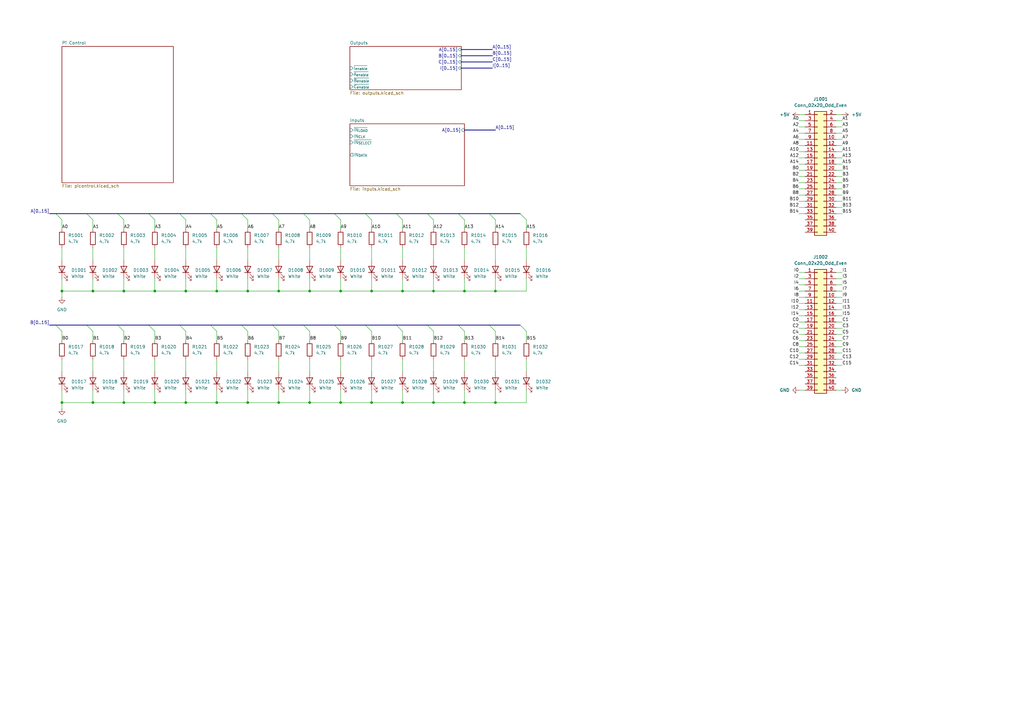
<source format=kicad_sch>
(kicad_sch (version 20231120) (generator "eeschema") (generator_version "8.0")
  (paper "A3")
  (junction (at 139.7 119.38))
  (junction (at 101.6 165.1))
  (junction (at 101.6 119.38))
  (junction (at 63.5 119.38))
  (junction (at 203.2 165.1))
  (junction (at 127 119.38))
  (junction (at 177.8 119.38))
  (junction (at 139.7 165.1))
  (junction (at 114.3 119.38))
  (junction (at 50.8 165.1))
  (junction (at 25.4 119.38))
  (junction (at 152.4 165.1))
  (junction (at 76.2 119.38))
  (junction (at 88.9 119.38))
  (junction (at 190.5 165.1))
  (junction (at 88.9 165.1))
  (junction (at 50.8 119.38))
  (junction (at 114.3 165.1))
  (junction (at 63.5 165.1))
  (junction (at 38.1 119.38))
  (junction (at 203.2 119.38))
  (junction (at 25.4 165.1))
  (junction (at 152.4 119.38))
  (junction (at 165.1 119.38))
  (junction (at 38.1 165.1))
  (junction (at 165.1 165.1))
  (junction (at 177.8 165.1))
  (junction (at 127 165.1))
  (junction (at 76.2 165.1))
  (junction (at 190.5 119.38))
  (bus_entry (at 162.56 87.63) (size 2.54 2.54))
  (bus_entry (at 175.26 87.63) (size 2.54 2.54))
  (bus_entry (at 35.56 87.63) (size 2.54 2.54))
  (bus_entry (at 60.96 87.63) (size 2.54 2.54))
  (bus_entry (at 99.06 133.35) (size 2.54 2.54))
  (bus_entry (at 175.26 133.35) (size 2.54 2.54))
  (bus_entry (at 86.36 133.35) (size 2.54 2.54))
  (bus_entry (at 111.76 133.35) (size 2.54 2.54))
  (bus_entry (at 99.06 87.63) (size 2.54 2.54))
  (bus_entry (at 162.56 133.35) (size 2.54 2.54))
  (bus_entry (at 137.16 133.35) (size 2.54 2.54))
  (bus_entry (at 213.36 87.63) (size 2.54 2.54))
  (bus_entry (at 86.36 87.63) (size 2.54 2.54))
  (bus_entry (at 111.76 87.63) (size 2.54 2.54))
  (bus_entry (at 73.66 87.63) (size 2.54 2.54))
  (bus_entry (at 200.66 87.63) (size 2.54 2.54))
  (bus_entry (at 22.86 87.63) (size 2.54 2.54))
  (bus_entry (at 213.36 133.35) (size 2.54 2.54))
  (bus_entry (at 48.26 133.35) (size 2.54 2.54))
  (bus_entry (at 200.66 133.35) (size 2.54 2.54))
  (bus_entry (at 124.46 87.63) (size 2.54 2.54))
  (bus_entry (at 48.26 87.63) (size 2.54 2.54))
  (bus_entry (at 187.96 87.63) (size 2.54 2.54))
  (bus_entry (at 124.46 133.35) (size 2.54 2.54))
  (bus_entry (at 149.86 133.35) (size 2.54 2.54))
  (bus_entry (at 35.56 133.35) (size 2.54 2.54))
  (bus_entry (at 149.86 87.63) (size 2.54 2.54))
  (bus_entry (at 60.96 133.35) (size 2.54 2.54))
  (bus_entry (at 22.86 133.35) (size 2.54 2.54))
  (bus_entry (at 137.16 87.63) (size 2.54 2.54))
  (bus_entry (at 187.96 133.35) (size 2.54 2.54))
  (bus_entry (at 73.66 133.35) (size 2.54 2.54))
  (wire (pts (xy 88.9 135.89) (xy 88.9 139.7)))
  (bus (pts (xy 187.96 87.63) (xy 200.66 87.63)))
  (wire (pts (xy 127 90.17) (xy 127 93.98)))
  (wire (pts (xy 177.8 90.17) (xy 177.8 93.98)))
  (wire (pts (xy 190.5 114.3) (xy 190.5 119.38)))
  (wire (pts (xy 127 101.6) (xy 127 106.68)))
  (bus (pts (xy 22.86 133.35) (xy 35.56 133.35)))
  (wire (pts (xy 165.1 135.89) (xy 165.1 139.7)))
  (wire (pts (xy 342.9 119.38) (xy 345.44 119.38)))
  (bus (pts (xy 187.96 133.35) (xy 200.66 133.35)))
  (bus (pts (xy 99.06 87.63) (xy 111.76 87.63)))
  (wire (pts (xy 139.7 147.32) (xy 139.7 152.4)))
  (bus (pts (xy 86.36 133.35) (xy 99.06 133.35)))
  (wire (pts (xy 114.3 165.1) (xy 127 165.1)))
  (wire (pts (xy 327.66 111.76) (xy 330.2 111.76)))
  (wire (pts (xy 327.66 62.23) (xy 330.2 62.23)))
  (wire (pts (xy 25.4 160.02) (xy 25.4 165.1)))
  (bus (pts (xy 124.46 133.35) (xy 137.16 133.35)))
  (bus (pts (xy 124.46 87.63) (xy 137.16 87.63)))
  (bus (pts (xy 20.32 133.35) (xy 22.86 133.35)))
  (wire (pts (xy 342.9 114.3) (xy 345.44 114.3)))
  (wire (pts (xy 327.66 80.01) (xy 330.2 80.01)))
  (wire (pts (xy 342.9 54.61) (xy 345.44 54.61)))
  (wire (pts (xy 165.1 147.32) (xy 165.1 152.4)))
  (wire (pts (xy 342.9 127) (xy 345.44 127)))
  (wire (pts (xy 152.4 101.6) (xy 152.4 106.68)))
  (wire (pts (xy 327.66 49.53) (xy 330.2 49.53)))
  (wire (pts (xy 101.6 135.89) (xy 101.6 139.7)))
  (wire (pts (xy 342.9 121.92) (xy 345.44 121.92)))
  (wire (pts (xy 114.3 119.38) (xy 114.3 114.3)))
  (wire (pts (xy 342.9 52.07) (xy 345.44 52.07)))
  (wire (pts (xy 327.66 127) (xy 330.2 127)))
  (wire (pts (xy 190.5 101.6) (xy 190.5 106.68)))
  (wire (pts (xy 190.5 119.38) (xy 203.2 119.38)))
  (wire (pts (xy 203.2 165.1) (xy 215.9 165.1)))
  (wire (pts (xy 88.9 101.6) (xy 88.9 106.68)))
  (wire (pts (xy 139.7 90.17) (xy 139.7 93.98)))
  (wire (pts (xy 327.66 132.08) (xy 330.2 132.08)))
  (wire (pts (xy 63.5 90.17) (xy 63.5 93.98)))
  (wire (pts (xy 127 160.02) (xy 127 165.1)))
  (wire (pts (xy 165.1 101.6) (xy 165.1 106.68)))
  (wire (pts (xy 215.9 90.17) (xy 215.9 93.98)))
  (wire (pts (xy 50.8 160.02) (xy 50.8 165.1)))
  (wire (pts (xy 88.9 90.17) (xy 88.9 93.98)))
  (wire (pts (xy 342.9 46.99) (xy 345.44 46.99)))
  (wire (pts (xy 38.1 165.1) (xy 50.8 165.1)))
  (wire (pts (xy 38.1 147.32) (xy 38.1 152.4)))
  (wire (pts (xy 88.9 119.38) (xy 101.6 119.38)))
  (bus (pts (xy 20.32 87.63) (xy 22.86 87.63)))
  (wire (pts (xy 342.9 144.78) (xy 345.44 144.78)))
  (wire (pts (xy 327.66 82.55) (xy 330.2 82.55)))
  (wire (pts (xy 342.9 67.31) (xy 345.44 67.31)))
  (bus (pts (xy 35.56 133.35) (xy 48.26 133.35)))
  (wire (pts (xy 25.4 119.38) (xy 38.1 119.38)))
  (wire (pts (xy 327.66 67.31) (xy 330.2 67.31)))
  (bus (pts (xy 162.56 133.35) (xy 175.26 133.35)))
  (wire (pts (xy 342.9 134.62) (xy 345.44 134.62)))
  (wire (pts (xy 25.4 119.38) (xy 25.4 121.92)))
  (wire (pts (xy 38.1 101.6) (xy 38.1 106.68)))
  (wire (pts (xy 327.66 116.84) (xy 330.2 116.84)))
  (wire (pts (xy 25.4 90.17) (xy 25.4 93.98)))
  (wire (pts (xy 327.66 87.63) (xy 330.2 87.63)))
  (wire (pts (xy 215.9 101.6) (xy 215.9 106.68)))
  (wire (pts (xy 127 147.32) (xy 127 152.4)))
  (wire (pts (xy 25.4 165.1) (xy 38.1 165.1)))
  (wire (pts (xy 327.66 57.15) (xy 330.2 57.15)))
  (wire (pts (xy 190.5 147.32) (xy 190.5 152.4)))
  (wire (pts (xy 101.6 119.38) (xy 114.3 119.38)))
  (wire (pts (xy 177.8 114.3) (xy 177.8 119.38)))
  (wire (pts (xy 203.2 90.17) (xy 203.2 93.98)))
  (wire (pts (xy 152.4 114.3) (xy 152.4 119.38)))
  (wire (pts (xy 342.9 147.32) (xy 345.44 147.32)))
  (wire (pts (xy 38.1 114.3) (xy 38.1 119.38)))
  (wire (pts (xy 342.9 74.93) (xy 345.44 74.93)))
  (wire (pts (xy 342.9 64.77) (xy 345.44 64.77)))
  (wire (pts (xy 165.1 160.02) (xy 165.1 165.1)))
  (wire (pts (xy 327.66 72.39) (xy 330.2 72.39)))
  (wire (pts (xy 50.8 114.3) (xy 50.8 119.38)))
  (bus (pts (xy 200.66 133.35) (xy 213.36 133.35)))
  (wire (pts (xy 152.4 147.32) (xy 152.4 152.4)))
  (wire (pts (xy 327.66 149.86) (xy 330.2 149.86)))
  (wire (pts (xy 342.9 85.09) (xy 345.44 85.09)))
  (wire (pts (xy 101.6 147.32) (xy 101.6 152.4)))
  (wire (pts (xy 114.3 135.89) (xy 114.3 139.7)))
  (wire (pts (xy 76.2 160.02) (xy 76.2 165.1)))
  (wire (pts (xy 50.8 147.32) (xy 50.8 152.4)))
  (wire (pts (xy 203.2 119.38) (xy 215.9 119.38)))
  (wire (pts (xy 114.3 119.38) (xy 127 119.38)))
  (wire (pts (xy 203.2 114.3) (xy 203.2 119.38)))
  (wire (pts (xy 76.2 101.6) (xy 76.2 106.68)))
  (bus (pts (xy 48.26 87.63) (xy 60.96 87.63)))
  (bus (pts (xy 137.16 133.35) (xy 149.86 133.35)))
  (wire (pts (xy 327.66 69.85) (xy 330.2 69.85)))
  (wire (pts (xy 342.9 49.53) (xy 345.44 49.53)))
  (bus (pts (xy 189.23 20.32) (xy 201.93 20.32)))
  (wire (pts (xy 38.1 160.02) (xy 38.1 165.1)))
  (wire (pts (xy 215.9 165.1) (xy 215.9 160.02)))
  (bus (pts (xy 86.36 87.63) (xy 99.06 87.63)))
  (bus (pts (xy 149.86 87.63) (xy 162.56 87.63)))
  (bus (pts (xy 60.96 133.35) (xy 73.66 133.35)))
  (wire (pts (xy 139.7 114.3) (xy 139.7 119.38)))
  (wire (pts (xy 25.4 101.6) (xy 25.4 106.68)))
  (bus (pts (xy 189.23 22.86) (xy 201.93 22.86)))
  (wire (pts (xy 177.8 101.6) (xy 177.8 106.68)))
  (wire (pts (xy 190.5 165.1) (xy 203.2 165.1)))
  (wire (pts (xy 127 165.1) (xy 139.7 165.1)))
  (wire (pts (xy 203.2 147.32) (xy 203.2 152.4)))
  (wire (pts (xy 177.8 119.38) (xy 190.5 119.38)))
  (wire (pts (xy 342.9 142.24) (xy 345.44 142.24)))
  (bus (pts (xy 73.66 133.35) (xy 86.36 133.35)))
  (wire (pts (xy 327.66 114.3) (xy 330.2 114.3)))
  (wire (pts (xy 114.3 101.6) (xy 114.3 106.68)))
  (wire (pts (xy 342.9 87.63) (xy 345.44 87.63)))
  (wire (pts (xy 327.66 142.24) (xy 330.2 142.24)))
  (wire (pts (xy 139.7 160.02) (xy 139.7 165.1)))
  (wire (pts (xy 63.5 101.6) (xy 63.5 106.68)))
  (wire (pts (xy 152.4 135.89) (xy 152.4 139.7)))
  (wire (pts (xy 38.1 135.89) (xy 38.1 139.7)))
  (wire (pts (xy 342.9 129.54) (xy 345.44 129.54)))
  (wire (pts (xy 50.8 90.17) (xy 50.8 93.98)))
  (wire (pts (xy 342.9 116.84) (xy 345.44 116.84)))
  (wire (pts (xy 190.5 160.02) (xy 190.5 165.1)))
  (wire (pts (xy 76.2 135.89) (xy 76.2 139.7)))
  (wire (pts (xy 152.4 165.1) (xy 165.1 165.1)))
  (wire (pts (xy 139.7 135.89) (xy 139.7 139.7)))
  (wire (pts (xy 342.9 77.47) (xy 345.44 77.47)))
  (wire (pts (xy 88.9 165.1) (xy 101.6 165.1)))
  (wire (pts (xy 342.9 57.15) (xy 345.44 57.15)))
  (wire (pts (xy 327.66 129.54) (xy 330.2 129.54)))
  (wire (pts (xy 215.9 119.38) (xy 215.9 114.3)))
  (wire (pts (xy 63.5 114.3) (xy 63.5 119.38)))
  (bus (pts (xy 73.66 87.63) (xy 86.36 87.63)))
  (bus (pts (xy 162.56 87.63) (xy 175.26 87.63)))
  (wire (pts (xy 327.66 54.61) (xy 330.2 54.61)))
  (wire (pts (xy 114.3 147.32) (xy 114.3 152.4)))
  (wire (pts (xy 63.5 160.02) (xy 63.5 165.1)))
  (wire (pts (xy 203.2 135.89) (xy 203.2 139.7)))
  (wire (pts (xy 215.9 135.89) (xy 215.9 139.7)))
  (wire (pts (xy 152.4 90.17) (xy 152.4 93.98)))
  (wire (pts (xy 88.9 114.3) (xy 88.9 119.38)))
  (wire (pts (xy 215.9 147.32) (xy 215.9 152.4)))
  (wire (pts (xy 50.8 101.6) (xy 50.8 106.68)))
  (bus (pts (xy 175.26 87.63) (xy 187.96 87.63)))
  (bus (pts (xy 60.96 87.63) (xy 73.66 87.63)))
  (bus (pts (xy 48.26 133.35) (xy 60.96 133.35)))
  (wire (pts (xy 101.6 160.02) (xy 101.6 165.1)))
  (wire (pts (xy 342.9 72.39) (xy 345.44 72.39)))
  (wire (pts (xy 342.9 62.23) (xy 345.44 62.23)))
  (wire (pts (xy 152.4 119.38) (xy 165.1 119.38)))
  (wire (pts (xy 63.5 147.32) (xy 63.5 152.4)))
  (wire (pts (xy 327.66 85.09) (xy 330.2 85.09)))
  (wire (pts (xy 342.9 80.01) (xy 345.44 80.01)))
  (wire (pts (xy 50.8 165.1) (xy 63.5 165.1)))
  (bus (pts (xy 111.76 87.63) (xy 124.46 87.63)))
  (wire (pts (xy 76.2 165.1) (xy 88.9 165.1)))
  (wire (pts (xy 327.66 74.93) (xy 330.2 74.93)))
  (wire (pts (xy 63.5 165.1) (xy 76.2 165.1)))
  (wire (pts (xy 190.5 90.17) (xy 190.5 93.98)))
  (wire (pts (xy 342.9 59.69) (xy 345.44 59.69)))
  (wire (pts (xy 342.9 132.08) (xy 345.44 132.08)))
  (wire (pts (xy 327.66 147.32) (xy 330.2 147.32)))
  (bus (pts (xy 35.56 87.63) (xy 48.26 87.63)))
  (wire (pts (xy 25.4 147.32) (xy 25.4 152.4)))
  (wire (pts (xy 25.4 165.1) (xy 25.4 167.64)))
  (wire (pts (xy 165.1 165.1) (xy 177.8 165.1)))
  (wire (pts (xy 127 135.89) (xy 127 139.7)))
  (wire (pts (xy 327.66 52.07) (xy 330.2 52.07)))
  (bus (pts (xy 22.86 87.63) (xy 35.56 87.63)))
  (wire (pts (xy 203.2 160.02) (xy 203.2 165.1)))
  (wire (pts (xy 327.66 77.47) (xy 330.2 77.47)))
  (wire (pts (xy 50.8 119.38) (xy 63.5 119.38)))
  (wire (pts (xy 50.8 135.89) (xy 50.8 139.7)))
  (wire (pts (xy 327.66 160.02) (xy 330.2 160.02)))
  (wire (pts (xy 177.8 135.89) (xy 177.8 139.7)))
  (bus (pts (xy 189.23 25.4) (xy 201.93 25.4)))
  (wire (pts (xy 76.2 114.3) (xy 76.2 119.38)))
  (wire (pts (xy 88.9 160.02) (xy 88.9 165.1)))
  (wire (pts (xy 327.66 119.38) (xy 330.2 119.38)))
  (bus (pts (xy 149.86 133.35) (xy 162.56 133.35)))
  (wire (pts (xy 101.6 114.3) (xy 101.6 119.38)))
  (wire (pts (xy 342.9 111.76) (xy 345.44 111.76)))
  (wire (pts (xy 327.66 64.77) (xy 330.2 64.77)))
  (wire (pts (xy 165.1 114.3) (xy 165.1 119.38)))
  (wire (pts (xy 177.8 147.32) (xy 177.8 152.4)))
  (wire (pts (xy 177.8 165.1) (xy 190.5 165.1)))
  (wire (pts (xy 165.1 90.17) (xy 165.1 93.98)))
  (wire (pts (xy 342.9 160.02) (xy 345.44 160.02)))
  (bus (pts (xy 200.66 87.63) (xy 213.36 87.63)))
  (wire (pts (xy 342.9 139.7) (xy 345.44 139.7)))
  (wire (pts (xy 38.1 119.38) (xy 50.8 119.38)))
  (wire (pts (xy 63.5 135.89) (xy 63.5 139.7)))
  (wire (pts (xy 152.4 160.02) (xy 152.4 165.1)))
  (wire (pts (xy 101.6 90.17) (xy 101.6 93.98)))
  (wire (pts (xy 101.6 165.1) (xy 114.3 165.1)))
  (wire (pts (xy 165.1 119.38) (xy 177.8 119.38)))
  (wire (pts (xy 127 114.3) (xy 127 119.38)))
  (wire (pts (xy 76.2 147.32) (xy 76.2 152.4)))
  (wire (pts (xy 327.66 144.78) (xy 330.2 144.78)))
  (wire (pts (xy 327.66 121.92) (xy 330.2 121.92)))
  (wire (pts (xy 101.6 101.6) (xy 101.6 106.68)))
  (wire (pts (xy 342.9 149.86) (xy 345.44 149.86)))
  (wire (pts (xy 342.9 69.85) (xy 345.44 69.85)))
  (wire (pts (xy 139.7 119.38) (xy 152.4 119.38)))
  (wire (pts (xy 25.4 114.3) (xy 25.4 119.38)))
  (bus (pts (xy 189.23 27.94) (xy 201.93 27.94)))
  (bus (pts (xy 111.76 133.35) (xy 124.46 133.35)))
  (bus (pts (xy 137.16 87.63) (xy 149.86 87.63)))
  (wire (pts (xy 327.66 137.16) (xy 330.2 137.16)))
  (wire (pts (xy 139.7 165.1) (xy 152.4 165.1)))
  (wire (pts (xy 342.9 137.16) (xy 345.44 137.16)))
  (wire (pts (xy 327.66 139.7) (xy 330.2 139.7)))
  (wire (pts (xy 114.3 90.17) (xy 114.3 93.98)))
  (wire (pts (xy 327.66 134.62) (xy 330.2 134.62)))
  (wire (pts (xy 327.66 46.99) (xy 330.2 46.99)))
  (wire (pts (xy 25.4 135.89) (xy 25.4 139.7)))
  (wire (pts (xy 76.2 119.38) (xy 88.9 119.38)))
  (wire (pts (xy 342.9 82.55) (xy 345.44 82.55)))
  (wire (pts (xy 190.5 135.89) (xy 190.5 139.7)))
  (wire (pts (xy 177.8 160.02) (xy 177.8 165.1)))
  (bus (pts (xy 99.06 133.35) (xy 111.76 133.35)))
  (wire (pts (xy 38.1 90.17) (xy 38.1 93.98)))
  (wire (pts (xy 127 119.38) (xy 139.7 119.38)))
  (wire (pts (xy 327.66 124.46) (xy 330.2 124.46)))
  (wire (pts (xy 76.2 90.17) (xy 76.2 93.98)))
  (bus (pts (xy 175.26 133.35) (xy 187.96 133.35)))
  (wire (pts (xy 88.9 147.32) (xy 88.9 152.4)))
  (wire (pts (xy 327.66 59.69) (xy 330.2 59.69)))
  (wire (pts (xy 114.3 165.1) (xy 114.3 160.02)))
  (bus (pts (xy 190.5 53.34) (xy 203.2 53.34)))
  (wire (pts (xy 203.2 101.6) (xy 203.2 106.68)))
  (wire (pts (xy 139.7 101.6) (xy 139.7 106.68)))
  (wire (pts (xy 63.5 119.38) (xy 76.2 119.38)))
  (wire (pts (xy 342.9 124.46) (xy 345.44 124.46)))
  (label "A0" (at 25.4 93.98 0))
  (label "B15" (at 345.44 87.63 0))
  (label "B1" (at 38.1 139.7 0))
  (label "A12" (at 327.66 64.77 180))
  (label "I2" (at 327.66 114.3 180))
  (label "B1" (at 345.44 69.85 0))
  (label "B3" (at 345.44 72.39 0))
  (label "C5" (at 345.44 137.16 0))
  (label "B10" (at 152.4 139.7 0))
  (label "C13" (at 345.44 147.32 0))
  (label "A8" (at 127 93.98 0))
  (label "C4" (at 327.66 137.16 180))
  (label "A11" (at 165.1 93.98 0))
  (label "C[0..15]" (at 201.93 25.4 0))
  (label "A7" (at 345.44 57.15 0))
  (label "C7" (at 345.44 139.7 0))
  (label "B13" (at 345.44 85.09 0))
  (label "A10" (at 152.4 93.98 0))
  (label "C10" (at 327.66 144.78 180))
  (label "I[0..15]" (at 201.93 27.94 0))
  (label "A13" (at 190.5 93.98 0))
  (label "A0" (at 327.66 49.53 180))
  (label "I14" (at 327.66 129.54 180))
  (label "B5" (at 88.9 139.7 0))
  (label "C11" (at 345.44 144.78 0))
  (label "C12" (at 327.66 147.32 180))
  (label "A11" (at 345.44 62.23 0))
  (label "A4" (at 327.66 54.61 180))
  (label "A7" (at 114.3 93.98 0))
  (label "A6" (at 101.6 93.98 0))
  (label "B6" (at 327.66 77.47 180))
  (label "I8" (at 327.66 121.92 180))
  (label "A8" (at 327.66 59.69 180))
  (label "B3" (at 63.5 139.7 0))
  (label "A10" (at 327.66 62.23 180))
  (label "I10" (at 327.66 124.46 180))
  (label "B0" (at 25.4 139.7 0))
  (label "A[0..15]" (at 20.32 87.63 180))
  (label "A9" (at 139.7 93.98 0))
  (label "A14" (at 327.66 67.31 180))
  (label "C0" (at 327.66 132.08 180))
  (label "C14" (at 327.66 149.86 180))
  (label "B10" (at 327.66 82.55 180))
  (label "A14" (at 203.2 93.98 0))
  (label "I1" (at 345.44 111.76 0))
  (label "A3" (at 345.44 52.07 0))
  (label "I9" (at 345.44 121.92 0))
  (label "A3" (at 63.5 93.98 0))
  (label "B2" (at 327.66 72.39 180))
  (label "I6" (at 327.66 119.38 180))
  (label "I15" (at 345.44 129.54 0))
  (label "C3" (at 345.44 134.62 0))
  (label "A[0..15]" (at 201.93 20.32 0))
  (label "I11" (at 345.44 124.46 0))
  (label "B4" (at 327.66 74.93 180))
  (label "C6" (at 327.66 139.7 180))
  (label "B8" (at 127 139.7 0))
  (label "I5" (at 345.44 116.84 0))
  (label "B7" (at 345.44 77.47 0))
  (label "B9" (at 345.44 80.01 0))
  (label "A15" (at 345.44 67.31 0))
  (label "A13" (at 345.44 64.77 0))
  (label "A1" (at 38.1 93.98 0))
  (label "A4" (at 76.2 93.98 0))
  (label "A5" (at 88.9 93.98 0))
  (label "I13" (at 345.44 127 0))
  (label "A12" (at 177.8 93.98 0))
  (label "C15" (at 345.44 149.86 0))
  (label "I12" (at 327.66 127 180))
  (label "B11" (at 165.1 139.7 0))
  (label "B12" (at 327.66 85.09 180))
  (label "I3" (at 345.44 114.3 0))
  (label "A5" (at 345.44 54.61 0))
  (label "C1" (at 345.44 132.08 0))
  (label "B6" (at 101.6 139.7 0))
  (label "C2" (at 327.66 134.62 180))
  (label "A2" (at 327.66 52.07 180))
  (label "B12" (at 177.8 139.7 0))
  (label "B[0..15]" (at 201.93 22.86 0))
  (label "I7" (at 345.44 119.38 0))
  (label "C8" (at 327.66 142.24 180))
  (label "B5" (at 345.44 74.93 0))
  (label "B14" (at 327.66 87.63 180))
  (label "I4" (at 327.66 116.84 180))
  (label "B13" (at 190.5 139.7 0))
  (label "B0" (at 327.66 69.85 180))
  (label "A1" (at 345.44 49.53 0))
  (label "A15" (at 215.9 93.98 0))
  (label "B9" (at 139.7 139.7 0))
  (label "B8" (at 327.66 80.01 180))
  (label "B[0..15]" (at 20.32 133.35 180))
  (label "C9" (at 345.44 142.24 0))
  (label "I0" (at 327.66 111.76 180))
  (label "B7" (at 114.3 139.7 0))
  (label "B14" (at 203.2 139.7 0))
  (label "B11" (at 345.44 82.55 0))
  (label "A6" (at 327.66 57.15 180))
  (label "B4" (at 76.2 139.7 0))
  (label "B2" (at 50.8 139.7 0))
  (label "A[0..15]" (at 203.2 53.34 0))
  (label "B15" (at 215.9 139.7 0))
  (label "A2" (at 50.8 93.98 0))
  (label "A9" (at 345.44 59.69 0))
  (symbol (lib_id "Device:LED") (at 76.2 156.21 90) (unit 1)
    (property "Reference" "D1021" (at 80.01 156.5274 90) (effects (justify right)))
    (property "Value" "White" (at 80.01 159.0674 90) (effects (justify right)))
    (property "Footprint" "LED_SMD:LED_0603_1608Metric" (effects (hide yes)))
    (property "Datasheet" "https://wmsc.lcsc.com/wmsc/upload/file/pdf/v2/lcsc/2305091500_Hubei-KENTO-Elec-KT-0603W_C2290.pdf" (effects (hide yes)))
    (property "Description" "Light emitting diode (White)" (effects (hide yes)))
    (property "LCSC" "C2290" (effects (hide yes)))
  )
  (symbol (lib_id "Device:LED") (at 127 156.21 90) (unit 1)
    (property "Reference" "D1025" (at 130.81 156.5274 90) (effects (justify right)))
    (property "Value" "White" (at 130.81 159.0674 90) (effects (justify right)))
    (property "Footprint" "LED_SMD:LED_0603_1608Metric" (effects (hide yes)))
    (property "Datasheet" "https://wmsc.lcsc.com/wmsc/upload/file/pdf/v2/lcsc/2305091500_Hubei-KENTO-Elec-KT-0603W_C2290.pdf" (effects (hide yes)))
    (property "Description" "Light emitting diode (White)" (effects (hide yes)))
    (property "LCSC" "C2290" (effects (hide yes)))
  )
  (symbol (lib_id "Device:LED") (at 63.5 110.49 90) (unit 1)
    (property "Reference" "D1004" (at 67.31 110.8074 90) (effects (justify right)))
    (property "Value" "White" (at 67.31 113.3474 90) (effects (justify right)))
    (property "Footprint" "LED_SMD:LED_0603_1608Metric" (effects (hide yes)))
    (property "Datasheet" "https://wmsc.lcsc.com/wmsc/upload/file/pdf/v2/lcsc/2305091500_Hubei-KENTO-Elec-KT-0603W_C2290.pdf" (effects (hide yes)))
    (property "Description" "Light emitting diode (White)" (effects (hide yes)))
    (property "LCSC" "C2290" (effects (hide yes)))
  )
  (symbol (lib_id "Device:R") (at 101.6 143.51 0) (unit 1)
    (property "Reference" "R1023" (at 104.14 142.2399 0) (effects (justify left)))
    (property "Value" "4.7k" (at 104.14 144.7799 0) (effects (justify left)))
    (property "Footprint" "Resistor_SMD:R_0603_1608Metric" (effects (hide yes)))
    (property "Datasheet" "https://wmsc.lcsc.com/wmsc/upload/file/pdf/v2/lcsc/2206010116_UNI-ROYAL-Uniroyal-Elec-0603WAF4701T5E_C23162.pdf" (effects (hide yes)))
    (property "Description" "Resistor" (effects (hide yes)))
    (property "LCSC" "C23162" (effects (hide yes)))
  )
  (symbol (lib_id "Device:R") (at 152.4 143.51 0) (unit 1)
    (property "Reference" "R1027" (at 154.94 142.2399 0) (effects (justify left)))
    (property "Value" "4.7k" (at 154.94 144.7799 0) (effects (justify left)))
    (property "Footprint" "Resistor_SMD:R_0603_1608Metric" (effects (hide yes)))
    (property "Datasheet" "https://wmsc.lcsc.com/wmsc/upload/file/pdf/v2/lcsc/2206010116_UNI-ROYAL-Uniroyal-Elec-0603WAF4701T5E_C23162.pdf" (effects (hide yes)))
    (property "Description" "Resistor" (effects (hide yes)))
    (property "LCSC" "C23162" (effects (hide yes)))
  )
  (symbol (lib_id "Device:LED") (at 152.4 110.49 90) (unit 1)
    (property "Reference" "D1011" (at 156.21 110.8074 90) (effects (justify right)))
    (property "Value" "White" (at 156.21 113.3474 90) (effects (justify right)))
    (property "Footprint" "LED_SMD:LED_0603_1608Metric" (effects (hide yes)))
    (property "Datasheet" "https://wmsc.lcsc.com/wmsc/upload/file/pdf/v2/lcsc/2305091500_Hubei-KENTO-Elec-KT-0603W_C2290.pdf" (effects (hide yes)))
    (property "Description" "Light emitting diode (White)" (effects (hide yes)))
    (property "LCSC" "C2290" (effects (hide yes)))
  )
  (symbol (lib_id "Device:LED") (at 88.9 156.21 90) (unit 1)
    (property "Reference" "D1022" (at 92.71 156.5274 90) (effects (justify right)))
    (property "Value" "White" (at 92.71 159.0674 90) (effects (justify right)))
    (property "Footprint" "LED_SMD:LED_0603_1608Metric" (effects (hide yes)))
    (property "Datasheet" "https://wmsc.lcsc.com/wmsc/upload/file/pdf/v2/lcsc/2305091500_Hubei-KENTO-Elec-KT-0603W_C2290.pdf" (effects (hide yes)))
    (property "Description" "Light emitting diode (White)" (effects (hide yes)))
    (property "LCSC" "C2290" (effects (hide yes)))
  )
  (symbol (lib_id "Device:R") (at 63.5 143.51 0) (unit 1)
    (property "Reference" "R1020" (at 66.04 142.2399 0) (effects (justify left)))
    (property "Value" "4.7k" (at 66.04 144.7799 0) (effects (justify left)))
    (property "Footprint" "Resistor_SMD:R_0603_1608Metric" (effects (hide yes)))
    (property "Datasheet" "https://wmsc.lcsc.com/wmsc/upload/file/pdf/v2/lcsc/2206010116_UNI-ROYAL-Uniroyal-Elec-0603WAF4701T5E_C23162.pdf" (effects (hide yes)))
    (property "Description" "Resistor" (effects (hide yes)))
    (property "LCSC" "C23162" (effects (hide yes)))
  )
  (symbol (lib_id "Device:LED") (at 101.6 110.49 90) (unit 1)
    (property "Reference" "D1007" (at 105.41 110.8074 90) (effects (justify right)))
    (property "Value" "White" (at 105.41 113.3474 90) (effects (justify right)))
    (property "Footprint" "LED_SMD:LED_0603_1608Metric" (effects (hide yes)))
    (property "Datasheet" "https://wmsc.lcsc.com/wmsc/upload/file/pdf/v2/lcsc/2305091500_Hubei-KENTO-Elec-KT-0603W_C2290.pdf" (effects (hide yes)))
    (property "Description" "Light emitting diode (White)" (effects (hide yes)))
    (property "LCSC" "C2290" (effects (hide yes)))
  )
  (symbol (lib_id "Device:R") (at 215.9 97.79 0) (unit 1)
    (property "Reference" "R1016" (at 218.44 96.5199 0) (effects (justify left)))
    (property "Value" "4.7k" (at 218.44 99.0599 0) (effects (justify left)))
    (property "Footprint" "Resistor_SMD:R_0603_1608Metric" (effects (hide yes)))
    (property "Datasheet" "https://wmsc.lcsc.com/wmsc/upload/file/pdf/v2/lcsc/2206010116_UNI-ROYAL-Uniroyal-Elec-0603WAF4701T5E_C23162.pdf" (effects (hide yes)))
    (property "Description" "Resistor" (effects (hide yes)))
    (property "LCSC" "C23162" (effects (hide yes)))
  )
  (symbol (lib_id "Device:R") (at 88.9 97.79 0) (unit 1)
    (property "Reference" "R1006" (at 91.44 96.5199 0) (effects (justify left)))
    (property "Value" "4.7k" (at 91.44 99.0599 0) (effects (justify left)))
    (property "Footprint" "Resistor_SMD:R_0603_1608Metric" (effects (hide yes)))
    (property "Datasheet" "https://wmsc.lcsc.com/wmsc/upload/file/pdf/v2/lcsc/2206010116_UNI-ROYAL-Uniroyal-Elec-0603WAF4701T5E_C23162.pdf" (effects (hide yes)))
    (property "Description" "Resistor" (effects (hide yes)))
    (property "LCSC" "C23162" (effects (hide yes)))
  )
  (symbol (lib_id "Device:R") (at 50.8 143.51 0) (unit 1)
    (property "Reference" "R1019" (at 53.34 142.2399 0) (effects (justify left)))
    (property "Value" "4.7k" (at 53.34 144.7799 0) (effects (justify left)))
    (property "Footprint" "Resistor_SMD:R_0603_1608Metric" (effects (hide yes)))
    (property "Datasheet" "https://wmsc.lcsc.com/wmsc/upload/file/pdf/v2/lcsc/2206010116_UNI-ROYAL-Uniroyal-Elec-0603WAF4701T5E_C23162.pdf" (effects (hide yes)))
    (property "Description" "Resistor" (effects (hide yes)))
    (property "LCSC" "C23162" (effects (hide yes)))
  )
  (symbol (lib_id "Device:LED") (at 190.5 156.21 90) (unit 1)
    (property "Reference" "D1030" (at 194.31 156.5274 90) (effects (justify right)))
    (property "Value" "White" (at 194.31 159.0674 90) (effects (justify right)))
    (property "Footprint" "LED_SMD:LED_0603_1608Metric" (effects (hide yes)))
    (property "Datasheet" "https://wmsc.lcsc.com/wmsc/upload/file/pdf/v2/lcsc/2305091500_Hubei-KENTO-Elec-KT-0603W_C2290.pdf" (effects (hide yes)))
    (property "Description" "Light emitting diode (White)" (effects (hide yes)))
    (property "LCSC" "C2290" (effects (hide yes)))
  )
  (symbol (lib_id "Device:R") (at 190.5 97.79 0) (unit 1)
    (property "Reference" "R1014" (at 193.04 96.5199 0) (effects (justify left)))
    (property "Value" "4.7k" (at 193.04 99.0599 0) (effects (justify left)))
    (property "Footprint" "Resistor_SMD:R_0603_1608Metric" (effects (hide yes)))
    (property "Datasheet" "https://wmsc.lcsc.com/wmsc/upload/file/pdf/v2/lcsc/2206010116_UNI-ROYAL-Uniroyal-Elec-0603WAF4701T5E_C23162.pdf" (effects (hide yes)))
    (property "Description" "Resistor" (effects (hide yes)))
    (property "LCSC" "C23162" (effects (hide yes)))
  )
  (symbol (lib_id "Device:R") (at 50.8 97.79 0) (unit 1)
    (property "Reference" "R1003" (at 53.34 96.5199 0) (effects (justify left)))
    (property "Value" "4.7k" (at 53.34 99.0599 0) (effects (justify left)))
    (property "Footprint" "Resistor_SMD:R_0603_1608Metric" (effects (hide yes)))
    (property "Datasheet" "https://wmsc.lcsc.com/wmsc/upload/file/pdf/v2/lcsc/2206010116_UNI-ROYAL-Uniroyal-Elec-0603WAF4701T5E_C23162.pdf" (effects (hide yes)))
    (property "Description" "Resistor" (effects (hide yes)))
    (property "LCSC" "C23162" (effects (hide yes)))
  )
  (symbol (lib_id "Device:R") (at 203.2 97.79 0) (unit 1)
    (property "Reference" "R1015" (at 205.74 96.5199 0) (effects (justify left)))
    (property "Value" "4.7k" (at 205.74 99.0599 0) (effects (justify left)))
    (property "Footprint" "Resistor_SMD:R_0603_1608Metric" (effects (hide yes)))
    (property "Datasheet" "https://wmsc.lcsc.com/wmsc/upload/file/pdf/v2/lcsc/2206010116_UNI-ROYAL-Uniroyal-Elec-0603WAF4701T5E_C23162.pdf" (effects (hide yes)))
    (property "Description" "Resistor" (effects (hide yes)))
    (property "LCSC" "C23162" (effects (hide yes)))
  )
  (symbol (lib_id "Device:LED") (at 25.4 110.49 90) (unit 1)
    (property "Reference" "D1001" (at 29.21 110.8074 90) (effects (justify right)))
    (property "Value" "White" (at 29.21 113.3474 90) (effects (justify right)))
    (property "Footprint" "LED_SMD:LED_0603_1608Metric" (effects (hide yes)))
    (property "Datasheet" "https://wmsc.lcsc.com/wmsc/upload/file/pdf/v2/lcsc/2305091500_Hubei-KENTO-Elec-KT-0603W_C2290.pdf" (effects (hide yes)))
    (property "Description" "Light emitting diode (White)" (effects (hide yes)))
    (property "LCSC" "C2290" (effects (hide yes)))
  )
  (symbol (lib_id "Device:LED") (at 114.3 110.49 90) (unit 1)
    (property "Reference" "D1008" (at 118.11 110.8074 90) (effects (justify right)))
    (property "Value" "White" (at 118.11 113.3474 90) (effects (justify right)))
    (property "Footprint" "LED_SMD:LED_0603_1608Metric" (effects (hide yes)))
    (property "Datasheet" "https://wmsc.lcsc.com/wmsc/upload/file/pdf/v2/lcsc/2305091500_Hubei-KENTO-Elec-KT-0603W_C2290.pdf" (effects (hide yes)))
    (property "Description" "Light emitting diode (White)" (effects (hide yes)))
    (property "LCSC" "C2290" (effects (hide yes)))
  )
  (symbol (lib_id "Device:R") (at 177.8 97.79 0) (unit 1)
    (property "Reference" "R1013" (at 180.34 96.5199 0) (effects (justify left)))
    (property "Value" "4.7k" (at 180.34 99.0599 0) (effects (justify left)))
    (property "Footprint" "Resistor_SMD:R_0603_1608Metric" (effects (hide yes)))
    (property "Datasheet" "https://wmsc.lcsc.com/wmsc/upload/file/pdf/v2/lcsc/2206010116_UNI-ROYAL-Uniroyal-Elec-0603WAF4701T5E_C23162.pdf" (effects (hide yes)))
    (property "Description" "Resistor" (effects (hide yes)))
    (property "LCSC" "C23162" (effects (hide yes)))
  )
  (symbol (lib_id "Device:LED") (at 127 110.49 90) (unit 1)
    (property "Reference" "D1009" (at 130.81 110.8074 90) (effects (justify right)))
    (property "Value" "White" (at 130.81 113.3474 90) (effects (justify right)))
    (property "Footprint" "LED_SMD:LED_0603_1608Metric" (effects (hide yes)))
    (property "Datasheet" "https://wmsc.lcsc.com/wmsc/upload/file/pdf/v2/lcsc/2305091500_Hubei-KENTO-Elec-KT-0603W_C2290.pdf" (effects (hide yes)))
    (property "Description" "Light emitting diode (White)" (effects (hide yes)))
    (property "LCSC" "C2290" (effects (hide yes)))
  )
  (symbol (lib_id "Device:LED") (at 25.4 156.21 90) (unit 1)
    (property "Reference" "D1017" (at 29.21 156.5274 90) (effects (justify right)))
    (property "Value" "White" (at 29.21 159.0674 90) (effects (justify right)))
    (property "Footprint" "LED_SMD:LED_0603_1608Metric" (effects (hide yes)))
    (property "Datasheet" "https://wmsc.lcsc.com/wmsc/upload/file/pdf/v2/lcsc/2305091500_Hubei-KENTO-Elec-KT-0603W_C2290.pdf" (effects (hide yes)))
    (property "Description" "Light emitting diode (White)" (effects (hide yes)))
    (property "LCSC" "C2290" (effects (hide yes)))
  )
  (symbol (lib_id "Device:R") (at 139.7 143.51 0) (unit 1)
    (property "Reference" "R1026" (at 142.24 142.2399 0) (effects (justify left)))
    (property "Value" "4.7k" (at 142.24 144.7799 0) (effects (justify left)))
    (property "Footprint" "Resistor_SMD:R_0603_1608Metric" (effects (hide yes)))
    (property "Datasheet" "https://wmsc.lcsc.com/wmsc/upload/file/pdf/v2/lcsc/2206010116_UNI-ROYAL-Uniroyal-Elec-0603WAF4701T5E_C23162.pdf" (effects (hide yes)))
    (property "Description" "Resistor" (effects (hide yes)))
    (property "LCSC" "C23162" (effects (hide yes)))
  )
  (symbol (lib_id "Device:LED") (at 203.2 156.21 90) (unit 1)
    (property "Reference" "D1031" (at 207.01 156.5274 90) (effects (justify right)))
    (property "Value" "White" (at 207.01 159.0674 90) (effects (justify right)))
    (property "Footprint" "LED_SMD:LED_0603_1608Metric" (effects (hide yes)))
    (property "Datasheet" "https://wmsc.lcsc.com/wmsc/upload/file/pdf/v2/lcsc/2305091500_Hubei-KENTO-Elec-KT-0603W_C2290.pdf" (effects (hide yes)))
    (property "Description" "Light emitting diode (White)" (effects (hide yes)))
    (property "LCSC" "C2290" (effects (hide yes)))
  )
  (symbol (lib_id "Device:LED") (at 50.8 156.21 90) (unit 1)
    (property "Reference" "D1019" (at 54.61 156.5274 90) (effects (justify right)))
    (property "Value" "White" (at 54.61 159.0674 90) (effects (justify right)))
    (property "Footprint" "LED_SMD:LED_0603_1608Metric" (effects (hide yes)))
    (property "Datasheet" "https://wmsc.lcsc.com/wmsc/upload/file/pdf/v2/lcsc/2305091500_Hubei-KENTO-Elec-KT-0603W_C2290.pdf" (effects (hide yes)))
    (property "Description" "Light emitting diode (White)" (effects (hide yes)))
    (property "LCSC" "C2290" (effects (hide yes)))
  )
  (symbol (lib_id "Device:R") (at 203.2 143.51 0) (unit 1)
    (property "Reference" "R1031" (at 205.74 142.2399 0) (effects (justify left)))
    (property "Value" "4.7k" (at 205.74 144.7799 0) (effects (justify left)))
    (property "Footprint" "Resistor_SMD:R_0603_1608Metric" (effects (hide yes)))
    (property "Datasheet" "https://wmsc.lcsc.com/wmsc/upload/file/pdf/v2/lcsc/2206010116_UNI-ROYAL-Uniroyal-Elec-0603WAF4701T5E_C23162.pdf" (effects (hide yes)))
    (property "Description" "Resistor" (effects (hide yes)))
    (property "LCSC" "C23162" (effects (hide yes)))
  )
  (symbol (lib_id "Device:LED") (at 139.7 156.21 90) (unit 1)
    (property "Reference" "D1026" (at 143.51 156.5274 90) (effects (justify right)))
    (property "Value" "White" (at 143.51 159.0674 90) (effects (justify right)))
    (property "Footprint" "LED_SMD:LED_0603_1608Metric" (effects (hide yes)))
    (property "Datasheet" "https://wmsc.lcsc.com/wmsc/upload/file/pdf/v2/lcsc/2305091500_Hubei-KENTO-Elec-KT-0603W_C2290.pdf" (effects (hide yes)))
    (property "Description" "Light emitting diode (White)" (effects (hide yes)))
    (property "LCSC" "C2290" (effects (hide yes)))
  )
  (symbol (lib_id "Device:LED") (at 190.5 110.49 90) (unit 1)
    (property "Reference" "D1014" (at 194.31 110.8074 90) (effects (justify right)))
    (property "Value" "White" (at 194.31 113.3474 90) (effects (justify right)))
    (property "Footprint" "LED_SMD:LED_0603_1608Metric" (effects (hide yes)))
    (property "Datasheet" "https://wmsc.lcsc.com/wmsc/upload/file/pdf/v2/lcsc/2305091500_Hubei-KENTO-Elec-KT-0603W_C2290.pdf" (effects (hide yes)))
    (property "Description" "Light emitting diode (White)" (effects (hide yes)))
    (property "LCSC" "C2290" (effects (hide yes)))
  )
  (symbol (lib_id "Device:R") (at 76.2 143.51 0) (unit 1)
    (property "Reference" "R1021" (at 78.74 142.2399 0) (effects (justify left)))
    (property "Value" "4.7k" (at 78.74 144.7799 0) (effects (justify left)))
    (property "Footprint" "Resistor_SMD:R_0603_1608Metric" (effects (hide yes)))
    (property "Datasheet" "https://wmsc.lcsc.com/wmsc/upload/file/pdf/v2/lcsc/2206010116_UNI-ROYAL-Uniroyal-Elec-0603WAF4701T5E_C23162.pdf" (effects (hide yes)))
    (property "Description" "Resistor" (effects (hide yes)))
    (property "LCSC" "C23162" (effects (hide yes)))
  )
  (symbol (lib_id "Device:LED") (at 165.1 156.21 90) (unit 1)
    (property "Reference" "D1028" (at 168.91 156.5274 90) (effects (justify right)))
    (property "Value" "White" (at 168.91 159.0674 90) (effects (justify right)))
    (property "Footprint" "LED_SMD:LED_0603_1608Metric" (effects (hide yes)))
    (property "Datasheet" "https://wmsc.lcsc.com/wmsc/upload/file/pdf/v2/lcsc/2305091500_Hubei-KENTO-Elec-KT-0603W_C2290.pdf" (effects (hide yes)))
    (property "Description" "Light emitting diode (White)" (effects (hide yes)))
    (property "LCSC" "C2290" (effects (hide yes)))
  )
  (symbol (lib_id "Device:R") (at 152.4 97.79 0) (unit 1)
    (property "Reference" "R1011" (at 154.94 96.5199 0) (effects (justify left)))
    (property "Value" "4.7k" (at 154.94 99.0599 0) (effects (justify left)))
    (property "Footprint" "Resistor_SMD:R_0603_1608Metric" (effects (hide yes)))
    (property "Datasheet" "https://wmsc.lcsc.com/wmsc/upload/file/pdf/v2/lcsc/2206010116_UNI-ROYAL-Uniroyal-Elec-0603WAF4701T5E_C23162.pdf" (effects (hide yes)))
    (property "Description" "Resistor" (effects (hide yes)))
    (property "LCSC" "C23162" (effects (hide yes)))
  )
  (symbol (lib_id "Device:R") (at 215.9 143.51 0) (unit 1)
    (property "Reference" "R1032" (at 218.44 142.2399 0) (effects (justify left)))
    (property "Value" "4.7k" (at 218.44 144.7799 0) (effects (justify left)))
    (property "Footprint" "Resistor_SMD:R_0603_1608Metric" (effects (hide yes)))
    (property "Datasheet" "https://wmsc.lcsc.com/wmsc/upload/file/pdf/v2/lcsc/2206010116_UNI-ROYAL-Uniroyal-Elec-0603WAF4701T5E_C23162.pdf" (effects (hide yes)))
    (property "Description" "Resistor" (effects (hide yes)))
    (property "LCSC" "C23162" (effects (hide yes)))
  )
  (symbol (lib_id "Device:LED") (at 139.7 110.49 90) (unit 1)
    (property "Reference" "D1010" (at 143.51 110.8074 90) (effects (justify right)))
    (property "Value" "White" (at 143.51 113.3474 90) (effects (justify right)))
    (property "Footprint" "LED_SMD:LED_0603_1608Metric" (effects (hide yes)))
    (property "Datasheet" "https://wmsc.lcsc.com/wmsc/upload/file/pdf/v2/lcsc/2305091500_Hubei-KENTO-Elec-KT-0603W_C2290.pdf" (effects (hide yes)))
    (property "Description" "Light emitting diode (White)" (effects (hide yes)))
    (property "LCSC" "C2290" (effects (hide yes)))
  )
  (symbol (lib_id "Connector_Generic:Conn_02x20_Odd_Even") (at 335.28 69.85 0) (unit 1)
    (property "Reference" "J1001" (at 336.55 40.64 0))
    (property "Value" "Conn_02x20_Odd_Even" (at 336.55 43.18 0))
    (property "Footprint" "Connector_PinHeader_2.54mm:PinHeader_2x20_P2.54mm_Vertical" (effects (hide yes)))
    (property "Description" "Generic connector, double row, 02x20, odd/even pin numbering scheme (row 1 odd numbers, row 2 even numbers), script generated (kicad-library-utils/schlib/autogen/connector/)" (effects (hide yes)))
  )
  (symbol (lib_id "Device:R") (at 165.1 97.79 0) (unit 1)
    (property "Reference" "R1012" (at 167.64 96.5199 0) (effects (justify left)))
    (property "Value" "4.7k" (at 167.64 99.0599 0) (effects (justify left)))
    (property "Footprint" "Resistor_SMD:R_0603_1608Metric" (effects (hide yes)))
    (property "Datasheet" "https://wmsc.lcsc.com/wmsc/upload/file/pdf/v2/lcsc/2206010116_UNI-ROYAL-Uniroyal-Elec-0603WAF4701T5E_C23162.pdf" (effects (hide yes)))
    (property "Description" "Resistor" (effects (hide yes)))
    (property "LCSC" "C23162" (effects (hide yes)))
  )
  (symbol (lib_id "power:+5V") (at 345.44 46.99 270) (unit 1)
    (property "Reference" "#PWR01002" (effects (hide yes)))
    (property "Value" "+5V" (at 349.25 46.9899 90) (effects (justify left)))
    (property "Description" "Power symbol creates a global label with name \"+5V\"" (effects (hide yes)))
  )
  (symbol (lib_id "Device:R") (at 88.9 143.51 0) (unit 1)
    (property "Reference" "R1022" (at 91.44 142.2399 0) (effects (justify left)))
    (property "Value" "4.7k" (at 91.44 144.7799 0) (effects (justify left)))
    (property "Footprint" "Resistor_SMD:R_0603_1608Metric" (effects (hide yes)))
    (property "Datasheet" "https://wmsc.lcsc.com/wmsc/upload/file/pdf/v2/lcsc/2206010116_UNI-ROYAL-Uniroyal-Elec-0603WAF4701T5E_C23162.pdf" (effects (hide yes)))
    (property "Description" "Resistor" (effects (hide yes)))
    (property "LCSC" "C23162" (effects (hide yes)))
  )
  (symbol (lib_id "Device:LED") (at 177.8 110.49 90) (unit 1)
    (property "Reference" "D1013" (at 181.61 110.8074 90) (effects (justify right)))
    (property "Value" "White" (at 181.61 113.3474 90) (effects (justify right)))
    (property "Footprint" "LED_SMD:LED_0603_1608Metric" (effects (hide yes)))
    (property "Datasheet" "https://wmsc.lcsc.com/wmsc/upload/file/pdf/v2/lcsc/2305091500_Hubei-KENTO-Elec-KT-0603W_C2290.pdf" (effects (hide yes)))
    (property "Description" "Light emitting diode (White)" (effects (hide yes)))
    (property "LCSC" "C2290" (effects (hide yes)))
  )
  (symbol (lib_id "Device:LED") (at 76.2 110.49 90) (unit 1)
    (property "Reference" "D1005" (at 80.01 110.8074 90) (effects (justify right)))
    (property "Value" "White" (at 80.01 113.3474 90) (effects (justify right)))
    (property "Footprint" "LED_SMD:LED_0603_1608Metric" (effects (hide yes)))
    (property "Datasheet" "https://wmsc.lcsc.com/wmsc/upload/file/pdf/v2/lcsc/2305091500_Hubei-KENTO-Elec-KT-0603W_C2290.pdf" (effects (hide yes)))
    (property "Description" "Light emitting diode (White)" (effects (hide yes)))
    (property "LCSC" "C2290" (effects (hide yes)))
  )
  (symbol (lib_id "Device:LED") (at 101.6 156.21 90) (unit 1)
    (property "Reference" "D1023" (at 105.41 156.5274 90) (effects (justify right)))
    (property "Value" "White" (at 105.41 159.0674 90) (effects (justify right)))
    (property "Footprint" "LED_SMD:LED_0603_1608Metric" (effects (hide yes)))
    (property "Datasheet" "https://wmsc.lcsc.com/wmsc/upload/file/pdf/v2/lcsc/2305091500_Hubei-KENTO-Elec-KT-0603W_C2290.pdf" (effects (hide yes)))
    (property "Description" "Light emitting diode (White)" (effects (hide yes)))
    (property "LCSC" "C2290" (effects (hide yes)))
  )
  (symbol (lib_id "Device:R") (at 25.4 97.79 0) (unit 1)
    (property "Reference" "R1001" (at 27.94 96.5199 0) (effects (justify left)))
    (property "Value" "4.7k" (at 27.94 99.0599 0) (effects (justify left)))
    (property "Footprint" "Resistor_SMD:R_0603_1608Metric" (effects (hide yes)))
    (property "Datasheet" "https://wmsc.lcsc.com/wmsc/upload/file/pdf/v2/lcsc/2206010116_UNI-ROYAL-Uniroyal-Elec-0603WAF4701T5E_C23162.pdf" (effects (hide yes)))
    (property "Description" "Resistor" (effects (hide yes)))
    (property "LCSC" "C23162" (effects (hide yes)))
  )
  (symbol (lib_id "Device:LED") (at 177.8 156.21 90) (unit 1)
    (property "Reference" "D1029" (at 181.61 156.5274 90) (effects (justify right)))
    (property "Value" "White" (at 181.61 159.0674 90) (effects (justify right)))
    (property "Footprint" "LED_SMD:LED_0603_1608Metric" (effects (hide yes)))
    (property "Datasheet" "https://wmsc.lcsc.com/wmsc/upload/file/pdf/v2/lcsc/2305091500_Hubei-KENTO-Elec-KT-0603W_C2290.pdf" (effects (hide yes)))
    (property "Description" "Light emitting diode (White)" (effects (hide yes)))
    (property "LCSC" "C2290" (effects (hide yes)))
  )
  (symbol (lib_id "Device:R") (at 139.7 97.79 0) (unit 1)
    (property "Reference" "R1010" (at 142.24 96.5199 0) (effects (justify left)))
    (property "Value" "4.7k" (at 142.24 99.0599 0) (effects (justify left)))
    (property "Footprint" "Resistor_SMD:R_0603_1608Metric" (effects (hide yes)))
    (property "Datasheet" "https://wmsc.lcsc.com/wmsc/upload/file/pdf/v2/lcsc/2206010116_UNI-ROYAL-Uniroyal-Elec-0603WAF4701T5E_C23162.pdf" (effects (hide yes)))
    (property "Description" "Resistor" (effects (hide yes)))
    (property "LCSC" "C23162" (effects (hide yes)))
  )
  (symbol (lib_id "Device:LED") (at 152.4 156.21 90) (unit 1)
    (property "Reference" "D1027" (at 156.21 156.5274 90) (effects (justify right)))
    (property "Value" "White" (at 156.21 159.0674 90) (effects (justify right)))
    (property "Footprint" "LED_SMD:LED_0603_1608Metric" (effects (hide yes)))
    (property "Datasheet" "https://wmsc.lcsc.com/wmsc/upload/file/pdf/v2/lcsc/2305091500_Hubei-KENTO-Elec-KT-0603W_C2290.pdf" (effects (hide yes)))
    (property "Description" "Light emitting diode (White)" (effects (hide yes)))
    (property "LCSC" "C2290" (effects (hide yes)))
  )
  (symbol (lib_id "Device:LED") (at 203.2 110.49 90) (unit 1)
    (property "Reference" "D1015" (at 207.01 110.8074 90) (effects (justify right)))
    (property "Value" "White" (at 207.01 113.3474 90) (effects (justify right)))
    (property "Footprint" "LED_SMD:LED_0603_1608Metric" (effects (hide yes)))
    (property "Datasheet" "https://wmsc.lcsc.com/wmsc/upload/file/pdf/v2/lcsc/2305091500_Hubei-KENTO-Elec-KT-0603W_C2290.pdf" (effects (hide yes)))
    (property "Description" "Light emitting diode (White)" (effects (hide yes)))
    (property "LCSC" "C2290" (effects (hide yes)))
  )
  (symbol (lib_id "Device:LED") (at 38.1 156.21 90) (unit 1)
    (property "Reference" "D1018" (at 41.91 156.5274 90) (effects (justify right)))
    (property "Value" "White" (at 41.91 159.0674 90) (effects (justify right)))
    (property "Footprint" "LED_SMD:LED_0603_1608Metric" (effects (hide yes)))
    (property "Datasheet" "https://wmsc.lcsc.com/wmsc/upload/file/pdf/v2/lcsc/2305091500_Hubei-KENTO-Elec-KT-0603W_C2290.pdf" (effects (hide yes)))
    (property "Description" "Light emitting diode (White)" (effects (hide yes)))
    (property "LCSC" "C2290" (effects (hide yes)))
  )
  (symbol (lib_id "Device:R") (at 127 143.51 0) (unit 1)
    (property "Reference" "R1025" (at 129.54 142.2399 0) (effects (justify left)))
    (property "Value" "4.7k" (at 129.54 144.7799 0) (effects (justify left)))
    (property "Footprint" "Resistor_SMD:R_0603_1608Metric" (effects (hide yes)))
    (property "Datasheet" "https://wmsc.lcsc.com/wmsc/upload/file/pdf/v2/lcsc/2206010116_UNI-ROYAL-Uniroyal-Elec-0603WAF4701T5E_C23162.pdf" (effects (hide yes)))
    (property "Description" "Resistor" (effects (hide yes)))
    (property "LCSC" "C23162" (effects (hide yes)))
  )
  (symbol (lib_id "Device:LED") (at 50.8 110.49 90) (unit 1)
    (property "Reference" "D1003" (at 54.61 110.8074 90) (effects (justify right)))
    (property "Value" "White" (at 54.61 113.3474 90) (effects (justify right)))
    (property "Footprint" "LED_SMD:LED_0603_1608Metric" (effects (hide yes)))
    (property "Datasheet" "https://wmsc.lcsc.com/wmsc/upload/file/pdf/v2/lcsc/2305091500_Hubei-KENTO-Elec-KT-0603W_C2290.pdf" (effects (hide yes)))
    (property "Description" "Light emitting diode (White)" (effects (hide yes)))
    (property "LCSC" "C2290" (effects (hide yes)))
  )
  (symbol (lib_id "Device:LED") (at 88.9 110.49 90) (unit 1)
    (property "Reference" "D1006" (at 92.71 110.8074 90) (effects (justify right)))
    (property "Value" "White" (at 92.71 113.3474 90) (effects (justify right)))
    (property "Footprint" "LED_SMD:LED_0603_1608Metric" (effects (hide yes)))
    (property "Datasheet" "https://wmsc.lcsc.com/wmsc/upload/file/pdf/v2/lcsc/2305091500_Hubei-KENTO-Elec-KT-0603W_C2290.pdf" (effects (hide yes)))
    (property "Description" "Light emitting diode (White)" (effects (hide yes)))
    (property "LCSC" "C2290" (effects (hide yes)))
  )
  (symbol (lib_id "Device:R") (at 63.5 97.79 0) (unit 1)
    (property "Reference" "R1004" (at 66.04 96.5199 0) (effects (justify left)))
    (property "Value" "4.7k" (at 66.04 99.0599 0) (effects (justify left)))
    (property "Footprint" "Resistor_SMD:R_0603_1608Metric" (effects (hide yes)))
    (property "Datasheet" "https://wmsc.lcsc.com/wmsc/upload/file/pdf/v2/lcsc/2206010116_UNI-ROYAL-Uniroyal-Elec-0603WAF4701T5E_C23162.pdf" (effects (hide yes)))
    (property "Description" "Resistor" (effects (hide yes)))
    (property "LCSC" "C23162" (effects (hide yes)))
  )
  (symbol (lib_id "power:GND") (at 25.4 167.64 0) (unit 1)
    (property "Reference" "#PWR01004" (effects (hide yes)))
    (property "Value" "GND" (at 25.4 172.72 0))
    (property "Description" "Power symbol creates a global label with name \"GND\" , ground" (effects (hide yes)))
  )
  (symbol (lib_id "Device:R") (at 101.6 97.79 0) (unit 1)
    (property "Reference" "R1007" (at 104.14 96.5199 0) (effects (justify left)))
    (property "Value" "4.7k" (at 104.14 99.0599 0) (effects (justify left)))
    (property "Footprint" "Resistor_SMD:R_0603_1608Metric" (effects (hide yes)))
    (property "Datasheet" "https://wmsc.lcsc.com/wmsc/upload/file/pdf/v2/lcsc/2206010116_UNI-ROYAL-Uniroyal-Elec-0603WAF4701T5E_C23162.pdf" (effects (hide yes)))
    (property "Description" "Resistor" (effects (hide yes)))
    (property "LCSC" "C23162" (effects (hide yes)))
  )
  (symbol (lib_id "Device:R") (at 76.2 97.79 0) (unit 1)
    (property "Reference" "R1005" (at 78.74 96.5199 0) (effects (justify left)))
    (property "Value" "4.7k" (at 78.74 99.0599 0) (effects (justify left)))
    (property "Footprint" "Resistor_SMD:R_0603_1608Metric" (effects (hide yes)))
    (property "Datasheet" "https://wmsc.lcsc.com/wmsc/upload/file/pdf/v2/lcsc/2206010116_UNI-ROYAL-Uniroyal-Elec-0603WAF4701T5E_C23162.pdf" (effects (hide yes)))
    (property "Description" "Resistor" (effects (hide yes)))
    (property "LCSC" "C23162" (effects (hide yes)))
  )
  (symbol (lib_id "power:+5V") (at 327.66 46.99 90) (unit 1)
    (property "Reference" "#PWR01001" (effects (hide yes)))
    (property "Value" "+5V" (at 323.85 46.9899 90) (effects (justify left)))
    (property "Description" "Power symbol creates a global label with name \"+5V\"" (effects (hide yes)))
  )
  (symbol (lib_id "Device:R") (at 114.3 143.51 0) (unit 1)
    (property "Reference" "R1024" (at 116.84 142.2399 0) (effects (justify left)))
    (property "Value" "4.7k" (at 116.84 144.7799 0) (effects (justify left)))
    (property "Footprint" "Resistor_SMD:R_0603_1608Metric" (effects (hide yes)))
    (property "Datasheet" "https://wmsc.lcsc.com/wmsc/upload/file/pdf/v2/lcsc/2206010116_UNI-ROYAL-Uniroyal-Elec-0603WAF4701T5E_C23162.pdf" (effects (hide yes)))
    (property "Description" "Resistor" (effects (hide yes)))
    (property "LCSC" "C23162" (effects (hide yes)))
  )
  (symbol (lib_id "Device:LED") (at 165.1 110.49 90) (unit 1)
    (property "Reference" "D1012" (at 168.91 110.8074 90) (effects (justify right)))
    (property "Value" "White" (at 168.91 113.3474 90) (effects (justify right)))
    (property "Footprint" "LED_SMD:LED_0603_1608Metric" (effects (hide yes)))
    (property "Datasheet" "https://wmsc.lcsc.com/wmsc/upload/file/pdf/v2/lcsc/2305091500_Hubei-KENTO-Elec-KT-0603W_C2290.pdf" (effects (hide yes)))
    (property "Description" "Light emitting diode (White)" (effects (hide yes)))
    (property "LCSC" "C2290" (effects (hide yes)))
  )
  (symbol (lib_id "Device:R") (at 127 97.79 0) (unit 1)
    (property "Reference" "R1009" (at 129.54 96.5199 0) (effects (justify left)))
    (property "Value" "4.7k" (at 129.54 99.0599 0) (effects (justify left)))
    (property "Footprint" "Resistor_SMD:R_0603_1608Metric" (effects (hide yes)))
    (property "Datasheet" "https://wmsc.lcsc.com/wmsc/upload/file/pdf/v2/lcsc/2206010116_UNI-ROYAL-Uniroyal-Elec-0603WAF4701T5E_C23162.pdf" (effects (hide yes)))
    (property "Description" "Resistor" (effects (hide yes)))
    (property "LCSC" "C23162" (effects (hide yes)))
  )
  (symbol (lib_id "Device:R") (at 114.3 97.79 0) (unit 1)
    (property "Reference" "R1008" (at 116.84 96.5199 0) (effects (justify left)))
    (property "Value" "4.7k" (at 116.84 99.0599 0) (effects (justify left)))
    (property "Footprint" "Resistor_SMD:R_0603_1608Metric" (effects (hide yes)))
    (property "Datasheet" "https://wmsc.lcsc.com/wmsc/upload/file/pdf/v2/lcsc/2206010116_UNI-ROYAL-Uniroyal-Elec-0603WAF4701T5E_C23162.pdf" (effects (hide yes)))
    (property "Description" "Resistor" (effects (hide yes)))
    (property "LCSC" "C23162" (effects (hide yes)))
  )
  (symbol (lib_id "Device:LED") (at 215.9 110.49 90) (unit 1)
    (property "Reference" "D1016" (at 219.71 110.8074 90) (effects (justify right)))
    (property "Value" "White" (at 219.71 113.3474 90) (effects (justify right)))
    (property "Footprint" "LED_SMD:LED_0603_1608Metric" (effects (hide yes)))
    (property "Datasheet" "https://wmsc.lcsc.com/wmsc/upload/file/pdf/v2/lcsc/2305091500_Hubei-KENTO-Elec-KT-0603W_C2290.pdf" (effects (hide yes)))
    (property "Description" "Light emitting diode (White)" (effects (hide yes)))
    (property "LCSC" "C2290" (effects (hide yes)))
  )
  (symbol (lib_id "Device:LED") (at 114.3 156.21 90) (unit 1)
    (property "Reference" "D1024" (at 118.11 156.5274 90) (effects (justify right)))
    (property "Value" "White" (at 118.11 159.0674 90) (effects (justify right)))
    (property "Footprint" "LED_SMD:LED_0603_1608Metric" (effects (hide yes)))
    (property "Datasheet" "https://wmsc.lcsc.com/wmsc/upload/file/pdf/v2/lcsc/2305091500_Hubei-KENTO-Elec-KT-0603W_C2290.pdf" (effects (hide yes)))
    (property "Description" "Light emitting diode (White)" (effects (hide yes)))
    (property "LCSC" "C2290" (effects (hide yes)))
  )
  (symbol (lib_id "Device:R") (at 25.4 143.51 0) (unit 1)
    (property "Reference" "R1017" (at 27.94 142.2399 0) (effects (justify left)))
    (property "Value" "4.7k" (at 27.94 144.7799 0) (effects (justify left)))
    (property "Footprint" "Resistor_SMD:R_0603_1608Metric" (effects (hide yes)))
    (property "Datasheet" "https://wmsc.lcsc.com/wmsc/upload/file/pdf/v2/lcsc/2206010116_UNI-ROYAL-Uniroyal-Elec-0603WAF4701T5E_C23162.pdf" (effects (hide yes)))
    (property "Description" "Resistor" (effects (hide yes)))
    (property "LCSC" "C23162" (effects (hide yes)))
  )
  (symbol (lib_id "Device:LED") (at 63.5 156.21 90) (unit 1)
    (property "Reference" "D1020" (at 67.31 156.5274 90) (effects (justify right)))
    (property "Value" "White" (at 67.31 159.0674 90) (effects (justify right)))
    (property "Footprint" "LED_SMD:LED_0603_1608Metric" (effects (hide yes)))
    (property "Datasheet" "https://wmsc.lcsc.com/wmsc/upload/file/pdf/v2/lcsc/2305091500_Hubei-KENTO-Elec-KT-0603W_C2290.pdf" (effects (hide yes)))
    (property "Description" "Light emitting diode (White)" (effects (hide yes)))
    (property "LCSC" "C2290" (effects (hide yes)))
  )
  (symbol (lib_id "Device:R") (at 38.1 143.51 0) (unit 1)
    (property "Reference" "R1018" (at 40.64 142.2399 0) (effects (justify left)))
    (property "Value" "4.7k" (at 40.64 144.7799 0) (effects (justify left)))
    (property "Footprint" "Resistor_SMD:R_0603_1608Metric" (effects (hide yes)))
    (property "Datasheet" "https://wmsc.lcsc.com/wmsc/upload/file/pdf/v2/lcsc/2206010116_UNI-ROYAL-Uniroyal-Elec-0603WAF4701T5E_C23162.pdf" (effects (hide yes)))
    (property "Description" "Resistor" (effects (hide yes)))
    (property "LCSC" "C23162" (effects (hide yes)))
  )
  (symbol (lib_id "Device:LED") (at 38.1 110.49 90) (unit 1)
    (property "Reference" "D1002" (at 41.91 110.8074 90) (effects (justify right)))
    (property "Value" "White" (at 41.91 113.3474 90) (effects (justify right)))
    (property "Footprint" "LED_SMD:LED_0603_1608Metric" (effects (hide yes)))
    (property "Datasheet" "https://wmsc.lcsc.com/wmsc/upload/file/pdf/v2/lcsc/2305091500_Hubei-KENTO-Elec-KT-0603W_C2290.pdf" (effects (hide yes)))
    (property "Description" "Light emitting diode (White)" (effects (hide yes)))
    (property "LCSC" "C2290" (effects (hide yes)))
  )
  (symbol (lib_id "power:GND") (at 25.4 121.92 0) (unit 1)
    (property "Reference" "#PWR01003" (effects (hide yes)))
    (property "Value" "GND" (at 25.4 127 0))
    (property "Description" "Power symbol creates a global label with name \"GND\" , ground" (effects (hide yes)))
  )
  (symbol (lib_id "Device:R") (at 177.8 143.51 0) (unit 1)
    (property "Reference" "R1029" (at 180.34 142.2399 0) (effects (justify left)))
    (property "Value" "4.7k" (at 180.34 144.7799 0) (effects (justify left)))
    (property "Footprint" "Resistor_SMD:R_0603_1608Metric" (effects (hide yes)))
    (property "Datasheet" "https://wmsc.lcsc.com/wmsc/upload/file/pdf/v2/lcsc/2206010116_UNI-ROYAL-Uniroyal-Elec-0603WAF4701T5E_C23162.pdf" (effects (hide yes)))
    (property "Description" "Resistor" (effects (hide yes)))
    (property "LCSC" "C23162" (effects (hide yes)))
  )
  (symbol (lib_id "power:GND") (at 345.44 160.02 90) (unit 1)
    (property "Reference" "#PWR01006" (effects (hide yes)))
    (property "Value" "GND" (at 349.25 160.0199 90) (effects (justify right)))
    (property "Description" "Power symbol creates a global label with name \"GND\" , ground" (effects (hide yes)))
  )
  (symbol (lib_id "Device:LED") (at 215.9 156.21 90) (unit 1)
    (property "Reference" "D1032" (at 219.71 156.5274 90) (effects (justify right)))
    (property "Value" "White" (at 219.71 159.0674 90) (effects (justify right)))
    (property "Footprint" "LED_SMD:LED_0603_1608Metric" (effects (hide yes)))
    (property "Datasheet" "https://wmsc.lcsc.com/wmsc/upload/file/pdf/v2/lcsc/2305091500_Hubei-KENTO-Elec-KT-0603W_C2290.pdf" (effects (hide yes)))
    (property "Description" "Light emitting diode (White)" (effects (hide yes)))
    (property "LCSC" "C2290" (effects (hide yes)))
  )
  (symbol (lib_id "Connector_Generic:Conn_02x20_Odd_Even") (at 335.28 134.62 0) (unit 1)
    (property "Reference" "J1002" (at 336.55 105.41 0))
    (property "Value" "Conn_02x20_Odd_Even" (at 336.55 107.95 0))
    (property "Footprint" "Connector_PinHeader_2.54mm:PinHeader_2x20_P2.54mm_Vertical" (effects (hide yes)))
    (property "Description" "Generic connector, double row, 02x20, odd/even pin numbering scheme (row 1 odd numbers, row 2 even numbers), script generated (kicad-library-utils/schlib/autogen/connector/)" (effects (hide yes)))
  )
  (symbol (lib_id "power:GND") (at 327.66 160.02 270) (unit 1)
    (property "Reference" "#PWR01005" (effects (hide yes)))
    (property "Value" "GND" (at 323.85 160.0199 90) (effects (justify right)))
    (property "Description" "Power symbol creates a global label with name \"GND\" , ground" (effects (hide yes)))
  )
  (symbol (lib_id "Device:R") (at 190.5 143.51 0) (unit 1)
    (property "Reference" "R1030" (at 193.04 142.2399 0) (effects (justify left)))
    (property "Value" "4.7k" (at 193.04 144.7799 0) (effects (justify left)))
    (property "Footprint" "Resistor_SMD:R_0603_1608Metric" (effects (hide yes)))
    (property "Datasheet" "https://wmsc.lcsc.com/wmsc/upload/file/pdf/v2/lcsc/2206010116_UNI-ROYAL-Uniroyal-Elec-0603WAF4701T5E_C23162.pdf" (effects (hide yes)))
    (property "Description" "Resistor" (effects (hide yes)))
    (property "LCSC" "C23162" (effects (hide yes)))
  )
  (symbol (lib_id "Device:R") (at 38.1 97.79 0) (unit 1)
    (property "Reference" "R1002" (at 40.64 96.5199 0) (effects (justify left)))
    (property "Value" "4.7k" (at 40.64 99.0599 0) (effects (justify left)))
    (property "Footprint" "Resistor_SMD:R_0603_1608Metric" (effects (hide yes)))
    (property "Datasheet" "https://wmsc.lcsc.com/wmsc/upload/file/pdf/v2/lcsc/2206010116_UNI-ROYAL-Uniroyal-Elec-0603WAF4701T5E_C23162.pdf" (effects (hide yes)))
    (property "Description" "Resistor" (effects (hide yes)))
    (property "LCSC" "C23162" (effects (hide yes)))
  )
  (symbol (lib_id "Device:R") (at 165.1 143.51 0) (unit 1)
    (property "Reference" "R1028" (at 167.64 142.2399 0) (effects (justify left)))
    (property "Value" "4.7k" (at 167.64 144.7799 0) (effects (justify left)))
    (property "Footprint" "Resistor_SMD:R_0603_1608Metric" (effects (hide yes)))
    (property "Datasheet" "https://wmsc.lcsc.com/wmsc/upload/file/pdf/v2/lcsc/2206010116_UNI-ROYAL-Uniroyal-Elec-0603WAF4701T5E_C23162.pdf" (effects (hide yes)))
    (property "Description" "Resistor" (effects (hide yes)))
    (property "LCSC" "C23162" (effects (hide yes)))
  )
  (sheet (at 143.51 50.8) (size 46.99 25.4) (stroke (width 0.1524))
    (property "Sheetname" "Inputs" (at 143.51 50.0884 0) (effects (justify left bottom)))
    (property "Sheetfile" "inputs.kicad_sch" (at 143.51 76.7846 0) (effects (justify left top)))
    (pin "~{IN_{LOAD}}" input (at 143.51 53.34 180))
    (pin "IN_{CLK}" input (at 143.51 55.88 180))
    (pin "~{IN_{SELECT}}" input (at 143.51 58.42 180))
    (pin "IN_{DATA}" output (at 143.51 63.5 180))
    (pin "A[0..15]" input (at 190.5 53.34 0))
  )
  (sheet (at 143.51 19.05) (size 45.72 17.78) (stroke (width 0.1524))
    (property "Sheetname" "Outputs" (at 143.51 18.3384 0) (effects (justify left bottom)))
    (property "Sheetfile" "outputs.kicad_sch" (at 143.51 37.4146 0) (effects (justify left top)))
    (pin "A[0..15]" tri_state (at 189.23 20.32 0))
    (pin "~{A_{enable}}" input (at 143.51 30.48 180))
    (pin "~{C_{enable}}" input (at 143.51 35.56 180))
    (pin "C[0..15]" tri_state (at 189.23 25.4 0))
    (pin "~{B_{enable}}" input (at 143.51 33.02 180))
    (pin "B[0..15]" tri_state (at 189.23 22.86 0))
    (pin "I[0..15]" tri_state (at 189.23 27.94 0))
    (pin "~{I_{enable}}" input (at 143.51 27.94 180))
  )
  (sheet (at 25.4 19.05) (size 45.72 55.88) (stroke (width 0.1524))
    (property "Sheetname" "Pi Control" (at 25.4 18.3384 0) (effects (justify left bottom)))
    (property "Sheetfile" "picontrol.kicad_sch" (at 25.4 75.5146 0) (effects (justify left top)))
  )
)
</source>
